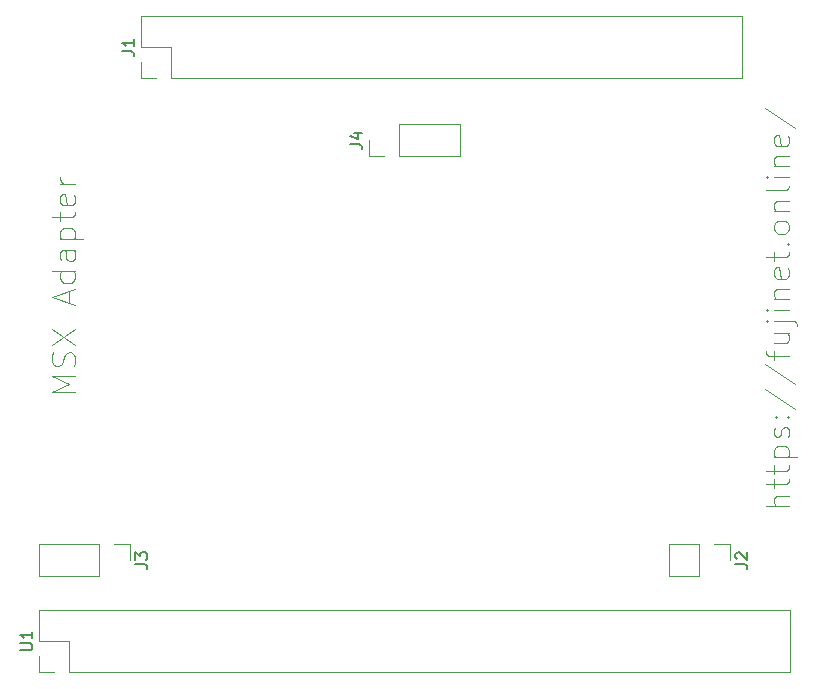
<source format=gbr>
%TF.GenerationSoftware,KiCad,Pcbnew,8.0.5*%
%TF.CreationDate,2024-10-04T15:41:35-04:00*%
%TF.ProjectId,MSX Adapter,4d535820-4164-4617-9074-65722e6b6963,rev?*%
%TF.SameCoordinates,Original*%
%TF.FileFunction,Legend,Top*%
%TF.FilePolarity,Positive*%
%FSLAX46Y46*%
G04 Gerber Fmt 4.6, Leading zero omitted, Abs format (unit mm)*
G04 Created by KiCad (PCBNEW 8.0.5) date 2024-10-04 15:41:35*
%MOMM*%
%LPD*%
G01*
G04 APERTURE LIST*
%ADD10C,0.100000*%
%ADD11C,0.150000*%
%ADD12C,0.120000*%
G04 APERTURE END LIST*
D10*
X130814038Y-107662020D02*
X128814038Y-107662020D01*
X130814038Y-106804877D02*
X129766419Y-106804877D01*
X129766419Y-106804877D02*
X129575942Y-106900115D01*
X129575942Y-106900115D02*
X129480704Y-107090591D01*
X129480704Y-107090591D02*
X129480704Y-107376306D01*
X129480704Y-107376306D02*
X129575942Y-107566782D01*
X129575942Y-107566782D02*
X129671180Y-107662020D01*
X129480704Y-106138210D02*
X129480704Y-105376306D01*
X128814038Y-105852496D02*
X130528323Y-105852496D01*
X130528323Y-105852496D02*
X130718800Y-105757258D01*
X130718800Y-105757258D02*
X130814038Y-105566782D01*
X130814038Y-105566782D02*
X130814038Y-105376306D01*
X129480704Y-104995353D02*
X129480704Y-104233449D01*
X128814038Y-104709639D02*
X130528323Y-104709639D01*
X130528323Y-104709639D02*
X130718800Y-104614401D01*
X130718800Y-104614401D02*
X130814038Y-104423925D01*
X130814038Y-104423925D02*
X130814038Y-104233449D01*
X129480704Y-103566782D02*
X131480704Y-103566782D01*
X129575942Y-103566782D02*
X129480704Y-103376306D01*
X129480704Y-103376306D02*
X129480704Y-102995353D01*
X129480704Y-102995353D02*
X129575942Y-102804877D01*
X129575942Y-102804877D02*
X129671180Y-102709639D01*
X129671180Y-102709639D02*
X129861657Y-102614401D01*
X129861657Y-102614401D02*
X130433085Y-102614401D01*
X130433085Y-102614401D02*
X130623561Y-102709639D01*
X130623561Y-102709639D02*
X130718800Y-102804877D01*
X130718800Y-102804877D02*
X130814038Y-102995353D01*
X130814038Y-102995353D02*
X130814038Y-103376306D01*
X130814038Y-103376306D02*
X130718800Y-103566782D01*
X130718800Y-101852496D02*
X130814038Y-101662020D01*
X130814038Y-101662020D02*
X130814038Y-101281068D01*
X130814038Y-101281068D02*
X130718800Y-101090591D01*
X130718800Y-101090591D02*
X130528323Y-100995353D01*
X130528323Y-100995353D02*
X130433085Y-100995353D01*
X130433085Y-100995353D02*
X130242609Y-101090591D01*
X130242609Y-101090591D02*
X130147371Y-101281068D01*
X130147371Y-101281068D02*
X130147371Y-101566782D01*
X130147371Y-101566782D02*
X130052133Y-101757258D01*
X130052133Y-101757258D02*
X129861657Y-101852496D01*
X129861657Y-101852496D02*
X129766419Y-101852496D01*
X129766419Y-101852496D02*
X129575942Y-101757258D01*
X129575942Y-101757258D02*
X129480704Y-101566782D01*
X129480704Y-101566782D02*
X129480704Y-101281068D01*
X129480704Y-101281068D02*
X129575942Y-101090591D01*
X130623561Y-100138210D02*
X130718800Y-100042972D01*
X130718800Y-100042972D02*
X130814038Y-100138210D01*
X130814038Y-100138210D02*
X130718800Y-100233448D01*
X130718800Y-100233448D02*
X130623561Y-100138210D01*
X130623561Y-100138210D02*
X130814038Y-100138210D01*
X129575942Y-100138210D02*
X129671180Y-100042972D01*
X129671180Y-100042972D02*
X129766419Y-100138210D01*
X129766419Y-100138210D02*
X129671180Y-100233448D01*
X129671180Y-100233448D02*
X129575942Y-100138210D01*
X129575942Y-100138210D02*
X129766419Y-100138210D01*
X128718800Y-97757258D02*
X131290228Y-99471543D01*
X128718800Y-95662020D02*
X131290228Y-97376305D01*
X129480704Y-95281067D02*
X129480704Y-94519163D01*
X130814038Y-94995353D02*
X129099752Y-94995353D01*
X129099752Y-94995353D02*
X128909276Y-94900115D01*
X128909276Y-94900115D02*
X128814038Y-94709639D01*
X128814038Y-94709639D02*
X128814038Y-94519163D01*
X129480704Y-92995353D02*
X130814038Y-92995353D01*
X129480704Y-93852496D02*
X130528323Y-93852496D01*
X130528323Y-93852496D02*
X130718800Y-93757258D01*
X130718800Y-93757258D02*
X130814038Y-93566782D01*
X130814038Y-93566782D02*
X130814038Y-93281067D01*
X130814038Y-93281067D02*
X130718800Y-93090591D01*
X130718800Y-93090591D02*
X130623561Y-92995353D01*
X129480704Y-92042972D02*
X131194990Y-92042972D01*
X131194990Y-92042972D02*
X131385466Y-92138210D01*
X131385466Y-92138210D02*
X131480704Y-92328686D01*
X131480704Y-92328686D02*
X131480704Y-92423924D01*
X128814038Y-92042972D02*
X128909276Y-92138210D01*
X128909276Y-92138210D02*
X129004514Y-92042972D01*
X129004514Y-92042972D02*
X128909276Y-91947734D01*
X128909276Y-91947734D02*
X128814038Y-92042972D01*
X128814038Y-92042972D02*
X129004514Y-92042972D01*
X130814038Y-91090591D02*
X129480704Y-91090591D01*
X128814038Y-91090591D02*
X128909276Y-91185829D01*
X128909276Y-91185829D02*
X129004514Y-91090591D01*
X129004514Y-91090591D02*
X128909276Y-90995353D01*
X128909276Y-90995353D02*
X128814038Y-91090591D01*
X128814038Y-91090591D02*
X129004514Y-91090591D01*
X129480704Y-90138210D02*
X130814038Y-90138210D01*
X129671180Y-90138210D02*
X129575942Y-90042972D01*
X129575942Y-90042972D02*
X129480704Y-89852496D01*
X129480704Y-89852496D02*
X129480704Y-89566781D01*
X129480704Y-89566781D02*
X129575942Y-89376305D01*
X129575942Y-89376305D02*
X129766419Y-89281067D01*
X129766419Y-89281067D02*
X130814038Y-89281067D01*
X130718800Y-87566781D02*
X130814038Y-87757257D01*
X130814038Y-87757257D02*
X130814038Y-88138210D01*
X130814038Y-88138210D02*
X130718800Y-88328686D01*
X130718800Y-88328686D02*
X130528323Y-88423924D01*
X130528323Y-88423924D02*
X129766419Y-88423924D01*
X129766419Y-88423924D02*
X129575942Y-88328686D01*
X129575942Y-88328686D02*
X129480704Y-88138210D01*
X129480704Y-88138210D02*
X129480704Y-87757257D01*
X129480704Y-87757257D02*
X129575942Y-87566781D01*
X129575942Y-87566781D02*
X129766419Y-87471543D01*
X129766419Y-87471543D02*
X129956895Y-87471543D01*
X129956895Y-87471543D02*
X130147371Y-88423924D01*
X129480704Y-86900114D02*
X129480704Y-86138210D01*
X128814038Y-86614400D02*
X130528323Y-86614400D01*
X130528323Y-86614400D02*
X130718800Y-86519162D01*
X130718800Y-86519162D02*
X130814038Y-86328686D01*
X130814038Y-86328686D02*
X130814038Y-86138210D01*
X130623561Y-85471543D02*
X130718800Y-85376305D01*
X130718800Y-85376305D02*
X130814038Y-85471543D01*
X130814038Y-85471543D02*
X130718800Y-85566781D01*
X130718800Y-85566781D02*
X130623561Y-85471543D01*
X130623561Y-85471543D02*
X130814038Y-85471543D01*
X130814038Y-84233448D02*
X130718800Y-84423924D01*
X130718800Y-84423924D02*
X130623561Y-84519162D01*
X130623561Y-84519162D02*
X130433085Y-84614400D01*
X130433085Y-84614400D02*
X129861657Y-84614400D01*
X129861657Y-84614400D02*
X129671180Y-84519162D01*
X129671180Y-84519162D02*
X129575942Y-84423924D01*
X129575942Y-84423924D02*
X129480704Y-84233448D01*
X129480704Y-84233448D02*
X129480704Y-83947733D01*
X129480704Y-83947733D02*
X129575942Y-83757257D01*
X129575942Y-83757257D02*
X129671180Y-83662019D01*
X129671180Y-83662019D02*
X129861657Y-83566781D01*
X129861657Y-83566781D02*
X130433085Y-83566781D01*
X130433085Y-83566781D02*
X130623561Y-83662019D01*
X130623561Y-83662019D02*
X130718800Y-83757257D01*
X130718800Y-83757257D02*
X130814038Y-83947733D01*
X130814038Y-83947733D02*
X130814038Y-84233448D01*
X129480704Y-82709638D02*
X130814038Y-82709638D01*
X129671180Y-82709638D02*
X129575942Y-82614400D01*
X129575942Y-82614400D02*
X129480704Y-82423924D01*
X129480704Y-82423924D02*
X129480704Y-82138209D01*
X129480704Y-82138209D02*
X129575942Y-81947733D01*
X129575942Y-81947733D02*
X129766419Y-81852495D01*
X129766419Y-81852495D02*
X130814038Y-81852495D01*
X130814038Y-80614400D02*
X130718800Y-80804876D01*
X130718800Y-80804876D02*
X130528323Y-80900114D01*
X130528323Y-80900114D02*
X128814038Y-80900114D01*
X130814038Y-79852495D02*
X129480704Y-79852495D01*
X128814038Y-79852495D02*
X128909276Y-79947733D01*
X128909276Y-79947733D02*
X129004514Y-79852495D01*
X129004514Y-79852495D02*
X128909276Y-79757257D01*
X128909276Y-79757257D02*
X128814038Y-79852495D01*
X128814038Y-79852495D02*
X129004514Y-79852495D01*
X129480704Y-78900114D02*
X130814038Y-78900114D01*
X129671180Y-78900114D02*
X129575942Y-78804876D01*
X129575942Y-78804876D02*
X129480704Y-78614400D01*
X129480704Y-78614400D02*
X129480704Y-78328685D01*
X129480704Y-78328685D02*
X129575942Y-78138209D01*
X129575942Y-78138209D02*
X129766419Y-78042971D01*
X129766419Y-78042971D02*
X130814038Y-78042971D01*
X130718800Y-76328685D02*
X130814038Y-76519161D01*
X130814038Y-76519161D02*
X130814038Y-76900114D01*
X130814038Y-76900114D02*
X130718800Y-77090590D01*
X130718800Y-77090590D02*
X130528323Y-77185828D01*
X130528323Y-77185828D02*
X129766419Y-77185828D01*
X129766419Y-77185828D02*
X129575942Y-77090590D01*
X129575942Y-77090590D02*
X129480704Y-76900114D01*
X129480704Y-76900114D02*
X129480704Y-76519161D01*
X129480704Y-76519161D02*
X129575942Y-76328685D01*
X129575942Y-76328685D02*
X129766419Y-76233447D01*
X129766419Y-76233447D02*
X129956895Y-76233447D01*
X129956895Y-76233447D02*
X130147371Y-77185828D01*
X128718800Y-73947733D02*
X131290228Y-75662018D01*
X70362038Y-98010020D02*
X68362038Y-98010020D01*
X68362038Y-98010020D02*
X69790609Y-97343353D01*
X69790609Y-97343353D02*
X68362038Y-96676687D01*
X68362038Y-96676687D02*
X70362038Y-96676687D01*
X70266800Y-95819544D02*
X70362038Y-95533830D01*
X70362038Y-95533830D02*
X70362038Y-95057639D01*
X70362038Y-95057639D02*
X70266800Y-94867163D01*
X70266800Y-94867163D02*
X70171561Y-94771925D01*
X70171561Y-94771925D02*
X69981085Y-94676687D01*
X69981085Y-94676687D02*
X69790609Y-94676687D01*
X69790609Y-94676687D02*
X69600133Y-94771925D01*
X69600133Y-94771925D02*
X69504895Y-94867163D01*
X69504895Y-94867163D02*
X69409657Y-95057639D01*
X69409657Y-95057639D02*
X69314419Y-95438592D01*
X69314419Y-95438592D02*
X69219180Y-95629068D01*
X69219180Y-95629068D02*
X69123942Y-95724306D01*
X69123942Y-95724306D02*
X68933466Y-95819544D01*
X68933466Y-95819544D02*
X68742990Y-95819544D01*
X68742990Y-95819544D02*
X68552514Y-95724306D01*
X68552514Y-95724306D02*
X68457276Y-95629068D01*
X68457276Y-95629068D02*
X68362038Y-95438592D01*
X68362038Y-95438592D02*
X68362038Y-94962401D01*
X68362038Y-94962401D02*
X68457276Y-94676687D01*
X68362038Y-94010020D02*
X70362038Y-92676687D01*
X68362038Y-92676687D02*
X70362038Y-94010020D01*
X69790609Y-90486210D02*
X69790609Y-89533829D01*
X70362038Y-90676686D02*
X68362038Y-90010020D01*
X68362038Y-90010020D02*
X70362038Y-89343353D01*
X70362038Y-87819543D02*
X68362038Y-87819543D01*
X70266800Y-87819543D02*
X70362038Y-88010019D01*
X70362038Y-88010019D02*
X70362038Y-88390972D01*
X70362038Y-88390972D02*
X70266800Y-88581448D01*
X70266800Y-88581448D02*
X70171561Y-88676686D01*
X70171561Y-88676686D02*
X69981085Y-88771924D01*
X69981085Y-88771924D02*
X69409657Y-88771924D01*
X69409657Y-88771924D02*
X69219180Y-88676686D01*
X69219180Y-88676686D02*
X69123942Y-88581448D01*
X69123942Y-88581448D02*
X69028704Y-88390972D01*
X69028704Y-88390972D02*
X69028704Y-88010019D01*
X69028704Y-88010019D02*
X69123942Y-87819543D01*
X70362038Y-86010019D02*
X69314419Y-86010019D01*
X69314419Y-86010019D02*
X69123942Y-86105257D01*
X69123942Y-86105257D02*
X69028704Y-86295733D01*
X69028704Y-86295733D02*
X69028704Y-86676686D01*
X69028704Y-86676686D02*
X69123942Y-86867162D01*
X70266800Y-86010019D02*
X70362038Y-86200495D01*
X70362038Y-86200495D02*
X70362038Y-86676686D01*
X70362038Y-86676686D02*
X70266800Y-86867162D01*
X70266800Y-86867162D02*
X70076323Y-86962400D01*
X70076323Y-86962400D02*
X69885847Y-86962400D01*
X69885847Y-86962400D02*
X69695371Y-86867162D01*
X69695371Y-86867162D02*
X69600133Y-86676686D01*
X69600133Y-86676686D02*
X69600133Y-86200495D01*
X69600133Y-86200495D02*
X69504895Y-86010019D01*
X69028704Y-85057638D02*
X71028704Y-85057638D01*
X69123942Y-85057638D02*
X69028704Y-84867162D01*
X69028704Y-84867162D02*
X69028704Y-84486209D01*
X69028704Y-84486209D02*
X69123942Y-84295733D01*
X69123942Y-84295733D02*
X69219180Y-84200495D01*
X69219180Y-84200495D02*
X69409657Y-84105257D01*
X69409657Y-84105257D02*
X69981085Y-84105257D01*
X69981085Y-84105257D02*
X70171561Y-84200495D01*
X70171561Y-84200495D02*
X70266800Y-84295733D01*
X70266800Y-84295733D02*
X70362038Y-84486209D01*
X70362038Y-84486209D02*
X70362038Y-84867162D01*
X70362038Y-84867162D02*
X70266800Y-85057638D01*
X69028704Y-83533828D02*
X69028704Y-82771924D01*
X68362038Y-83248114D02*
X70076323Y-83248114D01*
X70076323Y-83248114D02*
X70266800Y-83152876D01*
X70266800Y-83152876D02*
X70362038Y-82962400D01*
X70362038Y-82962400D02*
X70362038Y-82771924D01*
X70266800Y-81343352D02*
X70362038Y-81533828D01*
X70362038Y-81533828D02*
X70362038Y-81914781D01*
X70362038Y-81914781D02*
X70266800Y-82105257D01*
X70266800Y-82105257D02*
X70076323Y-82200495D01*
X70076323Y-82200495D02*
X69314419Y-82200495D01*
X69314419Y-82200495D02*
X69123942Y-82105257D01*
X69123942Y-82105257D02*
X69028704Y-81914781D01*
X69028704Y-81914781D02*
X69028704Y-81533828D01*
X69028704Y-81533828D02*
X69123942Y-81343352D01*
X69123942Y-81343352D02*
X69314419Y-81248114D01*
X69314419Y-81248114D02*
X69504895Y-81248114D01*
X69504895Y-81248114D02*
X69695371Y-82200495D01*
X70362038Y-80390971D02*
X69028704Y-80390971D01*
X69409657Y-80390971D02*
X69219180Y-80295733D01*
X69219180Y-80295733D02*
X69123942Y-80200495D01*
X69123942Y-80200495D02*
X69028704Y-80010019D01*
X69028704Y-80010019D02*
X69028704Y-79819542D01*
D11*
X65704819Y-119887904D02*
X66514342Y-119887904D01*
X66514342Y-119887904D02*
X66609580Y-119840285D01*
X66609580Y-119840285D02*
X66657200Y-119792666D01*
X66657200Y-119792666D02*
X66704819Y-119697428D01*
X66704819Y-119697428D02*
X66704819Y-119506952D01*
X66704819Y-119506952D02*
X66657200Y-119411714D01*
X66657200Y-119411714D02*
X66609580Y-119364095D01*
X66609580Y-119364095D02*
X66514342Y-119316476D01*
X66514342Y-119316476D02*
X65704819Y-119316476D01*
X66704819Y-118316476D02*
X66704819Y-118887904D01*
X66704819Y-118602190D02*
X65704819Y-118602190D01*
X65704819Y-118602190D02*
X65847676Y-118697428D01*
X65847676Y-118697428D02*
X65942914Y-118792666D01*
X65942914Y-118792666D02*
X65990533Y-118887904D01*
X93644819Y-77041333D02*
X94359104Y-77041333D01*
X94359104Y-77041333D02*
X94501961Y-77088952D01*
X94501961Y-77088952D02*
X94597200Y-77184190D01*
X94597200Y-77184190D02*
X94644819Y-77327047D01*
X94644819Y-77327047D02*
X94644819Y-77422285D01*
X93978152Y-76136571D02*
X94644819Y-76136571D01*
X93597200Y-76374666D02*
X94311485Y-76612761D01*
X94311485Y-76612761D02*
X94311485Y-75993714D01*
X126244819Y-112601333D02*
X126959104Y-112601333D01*
X126959104Y-112601333D02*
X127101961Y-112648952D01*
X127101961Y-112648952D02*
X127197200Y-112744190D01*
X127197200Y-112744190D02*
X127244819Y-112887047D01*
X127244819Y-112887047D02*
X127244819Y-112982285D01*
X126340057Y-112172761D02*
X126292438Y-112125142D01*
X126292438Y-112125142D02*
X126244819Y-112029904D01*
X126244819Y-112029904D02*
X126244819Y-111791809D01*
X126244819Y-111791809D02*
X126292438Y-111696571D01*
X126292438Y-111696571D02*
X126340057Y-111648952D01*
X126340057Y-111648952D02*
X126435295Y-111601333D01*
X126435295Y-111601333D02*
X126530533Y-111601333D01*
X126530533Y-111601333D02*
X126673390Y-111648952D01*
X126673390Y-111648952D02*
X127244819Y-112220380D01*
X127244819Y-112220380D02*
X127244819Y-111601333D01*
X75444819Y-112601333D02*
X76159104Y-112601333D01*
X76159104Y-112601333D02*
X76301961Y-112648952D01*
X76301961Y-112648952D02*
X76397200Y-112744190D01*
X76397200Y-112744190D02*
X76444819Y-112887047D01*
X76444819Y-112887047D02*
X76444819Y-112982285D01*
X75444819Y-112220380D02*
X75444819Y-111601333D01*
X75444819Y-111601333D02*
X75825771Y-111934666D01*
X75825771Y-111934666D02*
X75825771Y-111791809D01*
X75825771Y-111791809D02*
X75873390Y-111696571D01*
X75873390Y-111696571D02*
X75921009Y-111648952D01*
X75921009Y-111648952D02*
X76016247Y-111601333D01*
X76016247Y-111601333D02*
X76254342Y-111601333D01*
X76254342Y-111601333D02*
X76349580Y-111648952D01*
X76349580Y-111648952D02*
X76397200Y-111696571D01*
X76397200Y-111696571D02*
X76444819Y-111791809D01*
X76444819Y-111791809D02*
X76444819Y-112077523D01*
X76444819Y-112077523D02*
X76397200Y-112172761D01*
X76397200Y-112172761D02*
X76349580Y-112220380D01*
X74340819Y-69167333D02*
X75055104Y-69167333D01*
X75055104Y-69167333D02*
X75197961Y-69214952D01*
X75197961Y-69214952D02*
X75293200Y-69310190D01*
X75293200Y-69310190D02*
X75340819Y-69453047D01*
X75340819Y-69453047D02*
X75340819Y-69548285D01*
X75340819Y-68167333D02*
X75340819Y-68738761D01*
X75340819Y-68453047D02*
X74340819Y-68453047D01*
X74340819Y-68453047D02*
X74483676Y-68548285D01*
X74483676Y-68548285D02*
X74578914Y-68643523D01*
X74578914Y-68643523D02*
X74626533Y-68738761D01*
D12*
%TO.C,U1*%
X67250000Y-116526000D02*
X130870000Y-116526000D01*
X67250000Y-119126000D02*
X67250000Y-116526000D01*
X67250000Y-121726000D02*
X67250000Y-120396000D01*
X68580000Y-121726000D02*
X67250000Y-121726000D01*
X69850000Y-119126000D02*
X67250000Y-119126000D01*
X69850000Y-121726000D02*
X69850000Y-119126000D01*
X69850000Y-121726000D02*
X130870000Y-121726000D01*
X130870000Y-121726000D02*
X130870000Y-116526000D01*
%TO.C,J4*%
X95190000Y-78038000D02*
X95190000Y-76708000D01*
X96520000Y-78038000D02*
X95190000Y-78038000D01*
X97790000Y-75378000D02*
X102930000Y-75378000D01*
X97790000Y-78038000D02*
X97790000Y-75378000D01*
X97790000Y-78038000D02*
X102930000Y-78038000D01*
X102930000Y-78038000D02*
X102930000Y-75378000D01*
%TO.C,J2*%
X120590000Y-110938000D02*
X120590000Y-113598000D01*
X123190000Y-110938000D02*
X120590000Y-110938000D01*
X123190000Y-110938000D02*
X123190000Y-113598000D01*
X123190000Y-113598000D02*
X120590000Y-113598000D01*
X124460000Y-110938000D02*
X125790000Y-110938000D01*
X125790000Y-110938000D02*
X125790000Y-112268000D01*
%TO.C,J3*%
X67250000Y-110938000D02*
X67250000Y-113598000D01*
X72390000Y-110938000D02*
X67250000Y-110938000D01*
X72390000Y-110938000D02*
X72390000Y-113598000D01*
X72390000Y-113598000D02*
X67250000Y-113598000D01*
X73660000Y-110938000D02*
X74990000Y-110938000D01*
X74990000Y-110938000D02*
X74990000Y-112268000D01*
%TO.C,J1*%
X75886000Y-66234000D02*
X126806000Y-66234000D01*
X75886000Y-68834000D02*
X75886000Y-66234000D01*
X75886000Y-71434000D02*
X75886000Y-70104000D01*
X77216000Y-71434000D02*
X75886000Y-71434000D01*
X78486000Y-68834000D02*
X75886000Y-68834000D01*
X78486000Y-71434000D02*
X78486000Y-68834000D01*
X78486000Y-71434000D02*
X126806000Y-71434000D01*
X126806000Y-71434000D02*
X126806000Y-66234000D01*
%TD*%
M02*

</source>
